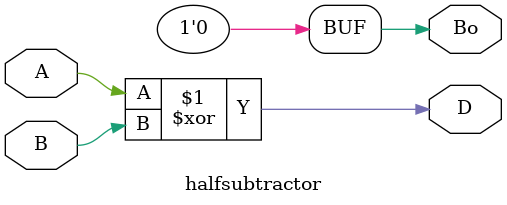
<source format=v>
module halfsubtractor( D,Bo,A,B);
input A,B;
output D,Bo;
wire w1;
xor (D,A,B);
not (w1,B);
and (Bo,B,w1);
endmodule


</source>
